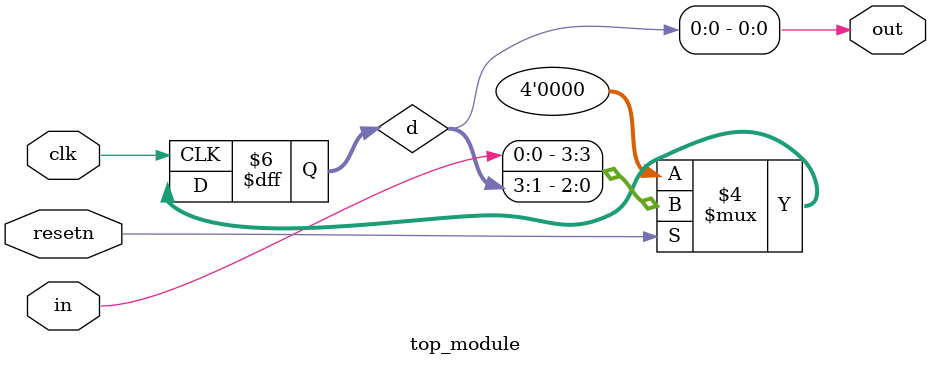
<source format=v>
module top_module (
    input clk,
    input resetn,   // synchronous reset
    input in,
    output out);
    
    reg[3:0] d;
    
    always @(posedge clk) begin
        if(!resetn) begin
            d<= 4'h0;
        end
        else begin
            d <= {in, d[3:1]};
        end
    end
     assign out = d[0];
endmodule

</source>
